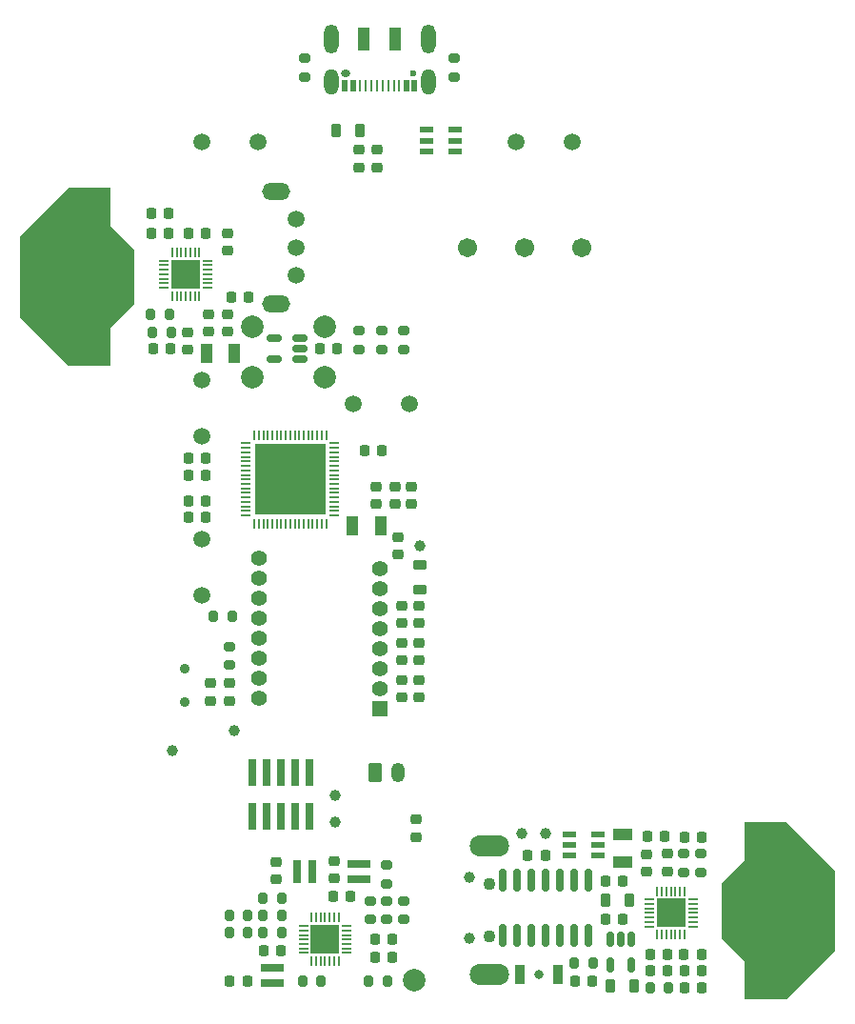
<source format=gbr>
%TF.GenerationSoftware,KiCad,Pcbnew,(6.0.4)*%
%TF.CreationDate,2022-05-12T22:03:53-04:00*%
%TF.ProjectId,Mouse V1,4d6f7573-6520-4563-912e-6b696361645f,V2.0*%
%TF.SameCoordinates,Original*%
%TF.FileFunction,Soldermask,Top*%
%TF.FilePolarity,Negative*%
%FSLAX46Y46*%
G04 Gerber Fmt 4.6, Leading zero omitted, Abs format (unit mm)*
G04 Created by KiCad (PCBNEW (6.0.4)) date 2022-05-12 22:03:53*
%MOMM*%
%LPD*%
G01*
G04 APERTURE LIST*
G04 Aperture macros list*
%AMRoundRect*
0 Rectangle with rounded corners*
0 $1 Rounding radius*
0 $2 $3 $4 $5 $6 $7 $8 $9 X,Y pos of 4 corners*
0 Add a 4 corners polygon primitive as box body*
4,1,4,$2,$3,$4,$5,$6,$7,$8,$9,$2,$3,0*
0 Add four circle primitives for the rounded corners*
1,1,$1+$1,$2,$3*
1,1,$1+$1,$4,$5*
1,1,$1+$1,$6,$7*
1,1,$1+$1,$8,$9*
0 Add four rect primitives between the rounded corners*
20,1,$1+$1,$2,$3,$4,$5,0*
20,1,$1+$1,$4,$5,$6,$7,0*
20,1,$1+$1,$6,$7,$8,$9,0*
20,1,$1+$1,$8,$9,$2,$3,0*%
G04 Aperture macros list end*
%ADD10RoundRect,0.225000X-0.250000X0.225000X-0.250000X-0.225000X0.250000X-0.225000X0.250000X0.225000X0*%
%ADD11R,0.740000X2.400000*%
%ADD12RoundRect,0.218750X0.218750X0.256250X-0.218750X0.256250X-0.218750X-0.256250X0.218750X-0.256250X0*%
%ADD13RoundRect,0.225000X0.225000X0.250000X-0.225000X0.250000X-0.225000X-0.250000X0.225000X-0.250000X0*%
%ADD14C,1.000000*%
%ADD15RoundRect,0.200000X0.200000X0.275000X-0.200000X0.275000X-0.200000X-0.275000X0.200000X-0.275000X0*%
%ADD16C,1.701800*%
%ADD17RoundRect,0.200000X-0.275000X0.200000X-0.275000X-0.200000X0.275000X-0.200000X0.275000X0.200000X0*%
%ADD18RoundRect,0.200000X-0.200000X-0.275000X0.200000X-0.275000X0.200000X0.275000X-0.200000X0.275000X0*%
%ADD19RoundRect,0.150000X0.512500X0.150000X-0.512500X0.150000X-0.512500X-0.150000X0.512500X-0.150000X0*%
%ADD20R,1.000000X1.800000*%
%ADD21RoundRect,0.218750X0.218750X0.381250X-0.218750X0.381250X-0.218750X-0.381250X0.218750X-0.381250X0*%
%ADD22RoundRect,0.225000X-0.225000X-0.250000X0.225000X-0.250000X0.225000X0.250000X-0.225000X0.250000X0*%
%ADD23RoundRect,0.050000X-0.050000X0.387500X-0.050000X-0.387500X0.050000X-0.387500X0.050000X0.387500X0*%
%ADD24RoundRect,0.050000X-0.387500X0.050000X-0.387500X-0.050000X0.387500X-0.050000X0.387500X0.050000X0*%
%ADD25R,2.600000X2.600000*%
%ADD26O,2.500000X1.500000*%
%ADD27C,1.500000*%
%ADD28RoundRect,0.050000X0.050000X-0.387500X0.050000X0.387500X-0.050000X0.387500X-0.050000X-0.387500X0*%
%ADD29RoundRect,0.050000X0.387500X-0.050000X0.387500X0.050000X-0.387500X0.050000X-0.387500X-0.050000X0*%
%ADD30RoundRect,0.225000X0.250000X-0.225000X0.250000X0.225000X-0.250000X0.225000X-0.250000X-0.225000X0*%
%ADD31RoundRect,0.055000X-0.055000X0.375000X-0.055000X-0.375000X0.055000X-0.375000X0.055000X0.375000X0*%
%ADD32RoundRect,0.055000X0.375000X0.055000X-0.375000X0.055000X-0.375000X-0.055000X0.375000X-0.055000X0*%
%ADD33RoundRect,0.250000X-0.350000X-0.625000X0.350000X-0.625000X0.350000X0.625000X-0.350000X0.625000X0*%
%ADD34O,1.200000X1.750000*%
%ADD35RoundRect,0.200000X0.275000X-0.200000X0.275000X0.200000X-0.275000X0.200000X-0.275000X-0.200000X0*%
%ADD36RoundRect,0.150000X0.150000X-0.825000X0.150000X0.825000X-0.150000X0.825000X-0.150000X-0.825000X0*%
%ADD37RoundRect,0.218750X-0.218750X-0.381250X0.218750X-0.381250X0.218750X0.381250X-0.218750X0.381250X0*%
%ADD38R,1.800000X1.000000*%
%ADD39R,2.000000X0.650000*%
%ADD40C,1.498600*%
%ADD41C,2.000000*%
%ADD42RoundRect,0.150000X-0.150000X0.512500X-0.150000X-0.512500X0.150000X-0.512500X0.150000X0.512500X0*%
%ADD43RoundRect,0.218750X-0.381250X0.218750X-0.381250X-0.218750X0.381250X-0.218750X0.381250X0.218750X0*%
%ADD44R,1.309599X0.558000*%
%ADD45RoundRect,0.218750X-0.218750X-0.256250X0.218750X-0.256250X0.218750X0.256250X-0.218750X0.256250X0*%
%ADD46R,1.000000X2.000000*%
%ADD47O,0.850000X0.600000*%
%ADD48C,0.600000*%
%ADD49R,0.520000X1.000000*%
%ADD50R,0.270000X1.000000*%
%ADD51O,1.300000X2.600000*%
%ADD52O,1.300000X2.300000*%
%ADD53R,0.650000X2.000000*%
%ADD54RoundRect,0.051000X0.352999X-0.051000X0.352999X0.051000X-0.352999X0.051000X-0.352999X-0.051000X0*%
%ADD55RoundRect,0.051000X-0.352999X0.051000X-0.352999X-0.051000X0.352999X-0.051000X0.352999X0.051000X0*%
%ADD56RoundRect,0.051000X-0.051000X-0.352999X0.051000X-0.352999X0.051000X0.352999X-0.051000X0.352999X0*%
%ADD57R,6.248400X6.248400*%
%ADD58C,0.800000*%
%ADD59R,0.900000X1.700000*%
%ADD60R,1.400000X1.400000*%
%ADD61C,1.400000*%
%ADD62C,0.900000*%
%ADD63C,1.100000*%
%ADD64O,3.500000X1.900000*%
G04 APERTURE END LIST*
G36*
X110432040Y-83564864D02*
G01*
X112502900Y-85635984D01*
X112502900Y-90519644D01*
X110432040Y-92590504D01*
X110432040Y-95967684D01*
X106707890Y-95967684D01*
X102399030Y-91658834D01*
X102399030Y-84483584D01*
X106715000Y-80167874D01*
X110432040Y-80167874D01*
X110432040Y-83564864D01*
G37*
G36*
X174851056Y-140851166D02*
G01*
X174851056Y-148026416D01*
X170535086Y-152342126D01*
X166818046Y-152342126D01*
X166818046Y-148945136D01*
X164747186Y-146874016D01*
X164747186Y-141990356D01*
X166818046Y-139919496D01*
X166818046Y-136542316D01*
X170542196Y-136542316D01*
X174851056Y-140851166D01*
G37*
D10*
X136000000Y-111225000D03*
X136000000Y-112775000D03*
D11*
X123060000Y-136050000D03*
X123060000Y-132150000D03*
X124330000Y-136050000D03*
X124330000Y-132150000D03*
X125600000Y-136050000D03*
X125600000Y-132150000D03*
X126870000Y-136050000D03*
X126870000Y-132150000D03*
X128140000Y-136050000D03*
X128140000Y-132150000D03*
D12*
X162987500Y-148300000D03*
X161412500Y-148300000D03*
D13*
X131775000Y-143200000D03*
X130225000Y-143200000D03*
D14*
X121450000Y-128400000D03*
X147000000Y-137600000D03*
D15*
X153325000Y-149100000D03*
X151675000Y-149100000D03*
D16*
X142200000Y-85500000D03*
X147280000Y-85500000D03*
X152360000Y-85500000D03*
D10*
X159900000Y-139375000D03*
X159900000Y-140925000D03*
D17*
X136500000Y-92875000D03*
X136500000Y-94525000D03*
D18*
X119575000Y-118300000D03*
X121225000Y-118300000D03*
D10*
X119300000Y-124225000D03*
X119300000Y-125775000D03*
D19*
X127237500Y-95450000D03*
X127237500Y-94500000D03*
X127237500Y-93550000D03*
X124962500Y-93550000D03*
X124962500Y-95450000D03*
D10*
X125100000Y-140125000D03*
X125100000Y-141675000D03*
D20*
X118950000Y-94900000D03*
X121450000Y-94900000D03*
D21*
X156962500Y-151100000D03*
X154837500Y-151100000D03*
D22*
X133025000Y-103500000D03*
X134575000Y-103500000D03*
D23*
X161448736Y-142702500D03*
X161048736Y-142702500D03*
X160648736Y-142702500D03*
X160248736Y-142702500D03*
X159848736Y-142702500D03*
X159448736Y-142702500D03*
X159048736Y-142702500D03*
D24*
X158311236Y-143440000D03*
X158311236Y-143840000D03*
X158311236Y-144240000D03*
X158311236Y-144640000D03*
X158311236Y-145040000D03*
X158311236Y-145440000D03*
X158311236Y-145840000D03*
D23*
X159048736Y-146577500D03*
X159448736Y-146577500D03*
X159848736Y-146577500D03*
X160248736Y-146577500D03*
X160648736Y-146577500D03*
X161048736Y-146577500D03*
X161448736Y-146577500D03*
D24*
X162186236Y-145840000D03*
X162186236Y-145440000D03*
X162186236Y-145040000D03*
X162186236Y-144640000D03*
X162186236Y-144240000D03*
X162186236Y-143840000D03*
X162186236Y-143440000D03*
D25*
X160248736Y-144640000D03*
D18*
X113975000Y-91400000D03*
X115625000Y-91400000D03*
D26*
X125100000Y-80500000D03*
X125100000Y-90500000D03*
D27*
X126900000Y-88000000D03*
X126900000Y-85500000D03*
X126900000Y-83000000D03*
D18*
X123975000Y-143300000D03*
X125625000Y-143300000D03*
D28*
X115910000Y-89807500D03*
X116310000Y-89807500D03*
X116710000Y-89807500D03*
X117110000Y-89807500D03*
X117510000Y-89807500D03*
X117910000Y-89807500D03*
X118310000Y-89807500D03*
D29*
X119047500Y-89070000D03*
X119047500Y-88670000D03*
X119047500Y-88270000D03*
X119047500Y-87870000D03*
X119047500Y-87470000D03*
X119047500Y-87070000D03*
X119047500Y-86670000D03*
D28*
X118310000Y-85932500D03*
X117910000Y-85932500D03*
X117510000Y-85932500D03*
X117110000Y-85932500D03*
X116710000Y-85932500D03*
X116310000Y-85932500D03*
X115910000Y-85932500D03*
D29*
X115172500Y-86670000D03*
X115172500Y-87070000D03*
X115172500Y-87470000D03*
X115172500Y-87870000D03*
X115172500Y-88270000D03*
X115172500Y-88670000D03*
X115172500Y-89070000D03*
D25*
X117110000Y-87870000D03*
D17*
X141000000Y-68675000D03*
X141000000Y-70325000D03*
D14*
X142300000Y-146900000D03*
D30*
X119100000Y-92975000D03*
X119100000Y-91425000D03*
D15*
X160025000Y-151300000D03*
X158375000Y-151300000D03*
D31*
X128300000Y-148935000D03*
X128700000Y-148935000D03*
X129100000Y-148935000D03*
X129500000Y-148935000D03*
X129900000Y-148935000D03*
X130300000Y-148935000D03*
X130700000Y-148935000D03*
D32*
X131435000Y-148200000D03*
X131435000Y-147800000D03*
X131435000Y-147400000D03*
X131435000Y-147000000D03*
X131435000Y-146600000D03*
X131435000Y-146200000D03*
X131435000Y-145800000D03*
D31*
X130700000Y-145065000D03*
X130300000Y-145065000D03*
X129900000Y-145065000D03*
X129500000Y-145065000D03*
X129100000Y-145065000D03*
X128700000Y-145065000D03*
X128300000Y-145065000D03*
D32*
X127565000Y-145800000D03*
X127565000Y-146200000D03*
X127565000Y-146600000D03*
X127565000Y-147000000D03*
X127565000Y-147400000D03*
X127565000Y-147800000D03*
X127565000Y-148200000D03*
D25*
X129500000Y-147000000D03*
D33*
X133950000Y-132150000D03*
D34*
X135950000Y-132150000D03*
D18*
X127475000Y-150700000D03*
X129125000Y-150700000D03*
D22*
X158425000Y-148300000D03*
X159975000Y-148300000D03*
D15*
X125625000Y-146400000D03*
X123975000Y-146400000D03*
D35*
X135000000Y-145225000D03*
X135000000Y-143575000D03*
D30*
X137800000Y-118875000D03*
X137800000Y-117325000D03*
D22*
X147525000Y-139500000D03*
X149075000Y-139500000D03*
D36*
X145290000Y-146675000D03*
X146560000Y-146675000D03*
X147830000Y-146675000D03*
X149100000Y-146675000D03*
X150370000Y-146675000D03*
X151640000Y-146675000D03*
X152910000Y-146675000D03*
X152910000Y-141725000D03*
X151640000Y-141725000D03*
X150370000Y-141725000D03*
X149100000Y-141725000D03*
X147830000Y-141725000D03*
X146560000Y-141725000D03*
X145290000Y-141725000D03*
D14*
X130400000Y-136600000D03*
D37*
X154437500Y-143500000D03*
X156562500Y-143500000D03*
D13*
X135475000Y-147000000D03*
X133925000Y-147000000D03*
D15*
X125625000Y-144900000D03*
X123975000Y-144900000D03*
D38*
X156000000Y-137650000D03*
X156000000Y-140150000D03*
D39*
X124800000Y-149525000D03*
X124800000Y-150875000D03*
D13*
X155975000Y-141800000D03*
X154425000Y-141800000D03*
D40*
X146500000Y-76100000D03*
X151500000Y-76100000D03*
X132000000Y-99400000D03*
X137000000Y-99400000D03*
D30*
X137600000Y-137875000D03*
X137600000Y-136325000D03*
D17*
X127700000Y-68675000D03*
X127700000Y-70325000D03*
D41*
X137450000Y-150600000D03*
D30*
X135700000Y-108275000D03*
X135700000Y-106725000D03*
D22*
X151725000Y-150700000D03*
X153275000Y-150700000D03*
D10*
X121000000Y-124225000D03*
X121000000Y-125775000D03*
D42*
X156750000Y-146962500D03*
X155800000Y-146962500D03*
X154850000Y-146962500D03*
X154850000Y-149237500D03*
X156750000Y-149237500D03*
D10*
X136300000Y-123925000D03*
X136300000Y-125475000D03*
X117300000Y-93025000D03*
X117300000Y-94575000D03*
D40*
X118500000Y-111400000D03*
X118500000Y-116400000D03*
D30*
X136300000Y-122175000D03*
X136300000Y-120625000D03*
D43*
X137900000Y-113737500D03*
X137900000Y-115862500D03*
D44*
X153744600Y-139550001D03*
X153744600Y-138600000D03*
X153744600Y-137649999D03*
X151255400Y-137649999D03*
X151255400Y-138600000D03*
X151255400Y-139550001D03*
X138555400Y-75049999D03*
X138555400Y-76000000D03*
X138555400Y-76950001D03*
X141044600Y-76950001D03*
X141044600Y-76000000D03*
X141044600Y-75049999D03*
D45*
X114012500Y-82500000D03*
X115587500Y-82500000D03*
D22*
X161425000Y-151300000D03*
X162975000Y-151300000D03*
D13*
X118875000Y-105700000D03*
X117325000Y-105700000D03*
D46*
X135750000Y-66950000D03*
X132950000Y-66950000D03*
D47*
X131350000Y-70050000D03*
D48*
X137350000Y-70050000D03*
D49*
X137450000Y-71150000D03*
X136700000Y-71150000D03*
D50*
X136100000Y-71150000D03*
X134600000Y-71150000D03*
X133600000Y-71150000D03*
X132600000Y-71150000D03*
D49*
X132000000Y-71150000D03*
X131250000Y-71150000D03*
X131250000Y-71150000D03*
X132000000Y-71150000D03*
D50*
X133100000Y-71150000D03*
X134100000Y-71150000D03*
X135100000Y-71150000D03*
X135600000Y-71150000D03*
D49*
X136700000Y-71150000D03*
X137450000Y-71150000D03*
D51*
X130030000Y-66950000D03*
D52*
X130030000Y-70775000D03*
D51*
X138670000Y-66950000D03*
D52*
X138670000Y-70775000D03*
D14*
X142300000Y-141500000D03*
D22*
X117325000Y-84200000D03*
X118875000Y-84200000D03*
D30*
X132500000Y-78375000D03*
X132500000Y-76825000D03*
D22*
X129025000Y-94500000D03*
X130575000Y-94500000D03*
D37*
X130437500Y-75100000D03*
X132562500Y-75100000D03*
D13*
X162975000Y-149800000D03*
X161425000Y-149800000D03*
D30*
X137800000Y-122175000D03*
X137800000Y-120625000D03*
D35*
X162900000Y-141025000D03*
X162900000Y-139375000D03*
D40*
X118500000Y-76100000D03*
X123500000Y-76100000D03*
D13*
X159975000Y-149800000D03*
X158425000Y-149800000D03*
D17*
X134500000Y-92875000D03*
X134500000Y-94525000D03*
D14*
X115900000Y-130200000D03*
D13*
X118875000Y-108000000D03*
X117325000Y-108000000D03*
D17*
X135000000Y-140375000D03*
X135000000Y-142025000D03*
D35*
X136500000Y-145225000D03*
X136500000Y-143575000D03*
D13*
X118875000Y-104200000D03*
X117325000Y-104200000D03*
D20*
X131950000Y-110200000D03*
X134450000Y-110200000D03*
D53*
X128375000Y-141000000D03*
X127025000Y-141000000D03*
D30*
X158100000Y-140975000D03*
X158100000Y-139425000D03*
D10*
X136300000Y-117325000D03*
X136300000Y-118875000D03*
D15*
X122625000Y-144900000D03*
X120975000Y-144900000D03*
D14*
X137900000Y-112000000D03*
D30*
X137200000Y-108275000D03*
X137200000Y-106725000D03*
D10*
X137800000Y-123925000D03*
X137800000Y-125475000D03*
D35*
X161400000Y-141025000D03*
X161400000Y-139375000D03*
D54*
X122452700Y-102900001D03*
X122452700Y-103300001D03*
X122452700Y-103700000D03*
X122452700Y-104099999D03*
X122452700Y-104500001D03*
D55*
X122452700Y-104900000D03*
D54*
X122452700Y-105299999D03*
X122452700Y-105700001D03*
X122452700Y-106100000D03*
D55*
X122452700Y-106499999D03*
D54*
X122452700Y-106900001D03*
X122452700Y-107300000D03*
D55*
X122452700Y-107699999D03*
D54*
X122452700Y-108099999D03*
X122452700Y-108500000D03*
X122452700Y-108899999D03*
X122452700Y-109299999D03*
D56*
X123200001Y-110047300D03*
X123600001Y-110047300D03*
X124000000Y-110047300D03*
X124400001Y-110047300D03*
X124800001Y-110047300D03*
X125200000Y-110047300D03*
X125599999Y-110047300D03*
X126000001Y-110047300D03*
X126400000Y-110047300D03*
X126799999Y-110047300D03*
X127200001Y-110047300D03*
X127600000Y-110047300D03*
X127999999Y-110047300D03*
X128399999Y-110047300D03*
X128800000Y-110047300D03*
X129199999Y-110047300D03*
X129599999Y-110047300D03*
D54*
X130347300Y-109299999D03*
X130347300Y-108899999D03*
X130347300Y-108500000D03*
X130347300Y-108099999D03*
X130347300Y-107699999D03*
X130347300Y-107300000D03*
X130347300Y-106900001D03*
X130347300Y-106499999D03*
X130347300Y-106100000D03*
X130347300Y-105700001D03*
X130347300Y-105299999D03*
X130347300Y-104900000D03*
X130347300Y-104500001D03*
X130347300Y-104100001D03*
X130347300Y-103700000D03*
X130347300Y-103300001D03*
X130347300Y-102900001D03*
D56*
X129599999Y-102152700D03*
X129199999Y-102152700D03*
X128800000Y-102152700D03*
X128399999Y-102152700D03*
X127999999Y-102152700D03*
X127600000Y-102152700D03*
X127200001Y-102152700D03*
X126799999Y-102152700D03*
X126400000Y-102152700D03*
X126000001Y-102152700D03*
X125599999Y-102152700D03*
X125200000Y-102152700D03*
X124800001Y-102152700D03*
X124400001Y-102152700D03*
X124000000Y-102152700D03*
X123600001Y-102152700D03*
X123200001Y-102152700D03*
D57*
X126400000Y-106100000D03*
D14*
X130400000Y-134200000D03*
D22*
X121125000Y-89900000D03*
X122675000Y-89900000D03*
D17*
X121000000Y-120975000D03*
X121000000Y-122625000D03*
D15*
X115825000Y-93000000D03*
X114175000Y-93000000D03*
D14*
X149100000Y-137600000D03*
D40*
X118500000Y-97300000D03*
X118500000Y-102300000D03*
D22*
X114025000Y-84200000D03*
X115575000Y-84200000D03*
X133925000Y-148600000D03*
X135475000Y-148600000D03*
D39*
X132500000Y-141675000D03*
X132500000Y-140325000D03*
D58*
X148500000Y-150100000D03*
D59*
X150200000Y-150100000D03*
X146800000Y-150100000D03*
D60*
X134350000Y-126460000D03*
D61*
X134350000Y-124680000D03*
X134350000Y-122900000D03*
X134350000Y-121120000D03*
X134350000Y-119340000D03*
X134350000Y-117560000D03*
X134350000Y-115780000D03*
X134350000Y-114000000D03*
X123650000Y-113110000D03*
X123650000Y-114890000D03*
X123650000Y-116670000D03*
X123650000Y-118450000D03*
X123650000Y-120230000D03*
X123650000Y-122010000D03*
X123650000Y-123790000D03*
X123650000Y-125570000D03*
D13*
X125575000Y-148000000D03*
X124025000Y-148000000D03*
D30*
X134000000Y-108275000D03*
X134000000Y-106725000D03*
D13*
X122575000Y-150700000D03*
X121025000Y-150700000D03*
D30*
X120800000Y-92975000D03*
X120800000Y-91425000D03*
D22*
X114225000Y-94500000D03*
X115775000Y-94500000D03*
D18*
X133375000Y-150700000D03*
X135025000Y-150700000D03*
D17*
X132500000Y-92875000D03*
X132500000Y-94525000D03*
D13*
X159675000Y-137800000D03*
X158125000Y-137800000D03*
D15*
X122625000Y-146400000D03*
X120975000Y-146400000D03*
D13*
X118875000Y-109500000D03*
X117325000Y-109500000D03*
D17*
X133500000Y-143575000D03*
X133500000Y-145225000D03*
D22*
X161425000Y-137900000D03*
X162975000Y-137900000D03*
D30*
X130300000Y-141575000D03*
X130300000Y-140025000D03*
D13*
X155975000Y-145200000D03*
X154425000Y-145200000D03*
D10*
X134100000Y-76825000D03*
X134100000Y-78375000D03*
D30*
X120800000Y-85775000D03*
X120800000Y-84225000D03*
D62*
X117025000Y-125900000D03*
X117025000Y-122900000D03*
D41*
X129500000Y-97000000D03*
X123000000Y-97000000D03*
X123000000Y-92500000D03*
X129500000Y-92500000D03*
D63*
X144133257Y-146685479D03*
X144133257Y-142085479D03*
D64*
X144133257Y-150085479D03*
X144133257Y-138685479D03*
M02*

</source>
